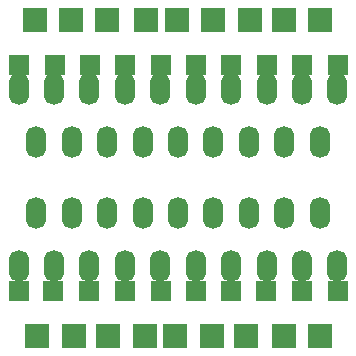
<source format=gbs>
G04 (created by PCBNEW (2013-07-07 BZR 4022)-stable) date 17/06/2015 19:17:38*
%MOIN*%
G04 Gerber Fmt 3.4, Leading zero omitted, Abs format*
%FSLAX34Y34*%
G01*
G70*
G90*
G04 APERTURE LIST*
%ADD10C,0.00590551*%
%ADD11R,0.0669291X0.0669291*%
%ADD12R,0.0787402X0.0787402*%
%ADD13O,0.0669291X0.106299*%
G04 APERTURE END LIST*
G54D10*
G54D11*
X53750Y-55300D03*
X54950Y-55300D03*
X56125Y-55300D03*
X57300Y-55300D03*
X58475Y-55300D03*
X59650Y-55300D03*
X60825Y-55300D03*
X62025Y-55300D03*
X63200Y-55300D03*
X64375Y-55300D03*
G54D12*
X54350Y-64325D03*
X55575Y-64325D03*
X56725Y-64325D03*
X57950Y-64325D03*
X58950Y-64325D03*
X60175Y-64325D03*
X61325Y-64325D03*
X62600Y-64325D03*
X63800Y-64325D03*
X54300Y-53800D03*
X55500Y-53800D03*
X56700Y-53800D03*
X57975Y-53800D03*
X59025Y-53800D03*
X60225Y-53800D03*
X61450Y-53800D03*
X62575Y-53800D03*
X63775Y-53800D03*
G54D11*
X53750Y-62825D03*
X54900Y-62825D03*
X56100Y-62825D03*
X57275Y-62825D03*
X58475Y-62825D03*
X59650Y-62850D03*
X60825Y-62825D03*
X62000Y-62825D03*
X63175Y-62850D03*
X64375Y-62825D03*
G54D13*
X53740Y-56102D03*
X54921Y-56102D03*
X56102Y-56102D03*
X57283Y-56102D03*
X58464Y-56102D03*
X59645Y-56102D03*
X60826Y-56102D03*
X62007Y-56102D03*
X63188Y-56102D03*
X64370Y-56102D03*
X53740Y-62007D03*
X54921Y-62007D03*
X56102Y-62007D03*
X57283Y-62007D03*
X58464Y-62007D03*
X59645Y-62007D03*
X60826Y-62007D03*
X62007Y-62007D03*
X63188Y-62007D03*
X64370Y-62007D03*
X54330Y-57874D03*
X55514Y-57874D03*
X56696Y-57874D03*
X57877Y-57874D03*
X59058Y-57874D03*
X60239Y-57874D03*
X61420Y-57874D03*
X62601Y-57874D03*
X63782Y-57874D03*
X54330Y-60236D03*
X55514Y-60236D03*
X56696Y-60236D03*
X57877Y-60236D03*
X59058Y-60236D03*
X60239Y-60236D03*
X61420Y-60236D03*
X62601Y-60236D03*
X63782Y-60236D03*
M02*

</source>
